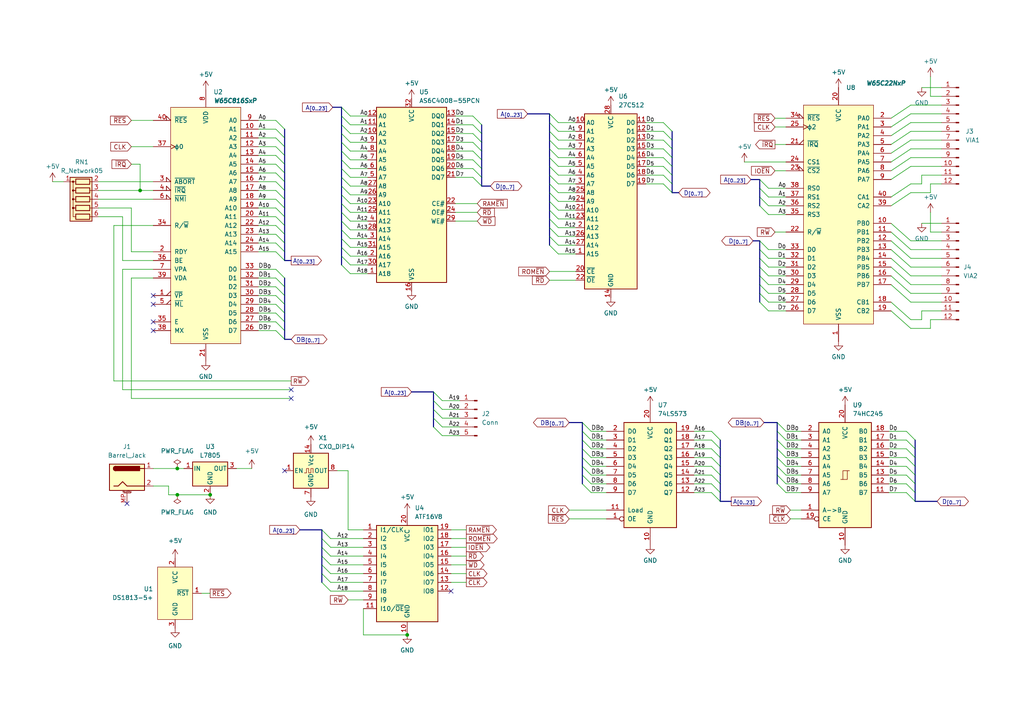
<source format=kicad_sch>
(kicad_sch (version 20230121) (generator eeschema)
  (paper "A4")
  (junction (at 40.64 55.245))
  (junction (at 118.11 184.15))
  (junction (at 51.435 135.89))
  (junction (at 51.435 143.51))
  (junction (at 60.96 143.51))
  (no_connect (at 44.45 95.885))
  (no_connect (at 44.45 93.345))
  (no_connect (at 36.83 146.05))
  (no_connect (at 130.81 171.45))
  (no_connect (at 82.55 136.525))
  (no_connect (at 44.45 88.265))
  (no_connect (at 84.455 113.03))
  (no_connect (at 84.455 115.57))
  (no_connect (at 44.45 85.725))
  (bus_entry (at 262.89 142.875) (size 2.54 2.54))
  (bus_entry (at 80.01 62.865) (size 2.54 2.54))
  (bus_entry (at 168.91 140.335) (size 2.54 2.54))
  (bus_entry (at 80.01 93.345) (size 2.54 2.54))
  (bus_entry (at 262.89 132.715) (size 2.54 2.54))
  (bus_entry (at 80.01 65.405) (size 2.54 2.54))
  (bus_entry (at 206.375 135.255) (size 2.54 2.54))
  (bus_entry (at 137.16 43.815) (size 2.54 2.54))
  (bus_entry (at 95.885 161.29) (size -2.54 -2.54))
  (bus_entry (at 128.27 123.825) (size -2.54 -2.54))
  (bus_entry (at 192.405 43.18) (size 2.54 2.54))
  (bus_entry (at 262.89 125.095) (size 2.54 2.54))
  (bus_entry (at 137.16 36.195) (size 2.54 2.54))
  (bus_entry (at 161.925 55.88) (size -2.54 -2.54))
  (bus_entry (at 137.16 38.735) (size 2.54 2.54))
  (bus_entry (at 80.01 57.785) (size 2.54 2.54))
  (bus_entry (at 222.885 85.09) (size -2.54 -2.54))
  (bus_entry (at 168.91 132.715) (size 2.54 2.54))
  (bus_entry (at 101.6 64.135) (size -2.54 -2.54))
  (bus_entry (at 222.885 57.15) (size -2.54 -2.54))
  (bus_entry (at 101.6 36.195) (size -2.54 -2.54))
  (bus_entry (at 101.6 79.375) (size -2.54 -2.54))
  (bus_entry (at 128.27 126.365) (size -2.54 -2.54))
  (bus_entry (at 161.925 73.66) (size -2.54 -2.54))
  (bus_entry (at 101.6 74.295) (size -2.54 -2.54))
  (bus_entry (at 168.91 137.795) (size 2.54 2.54))
  (bus_entry (at 95.885 166.37) (size -2.54 -2.54))
  (bus_entry (at 222.885 82.55) (size -2.54 -2.54))
  (bus_entry (at 161.925 68.58) (size -2.54 -2.54))
  (bus_entry (at 161.925 53.34) (size -2.54 -2.54))
  (bus_entry (at 225.425 132.715) (size 2.54 2.54))
  (bus_entry (at 262.89 135.255) (size 2.54 2.54))
  (bus_entry (at 80.01 52.705) (size 2.54 2.54))
  (bus_entry (at 101.6 66.675) (size -2.54 -2.54))
  (bus_entry (at 80.01 67.945) (size 2.54 2.54))
  (bus_entry (at 161.925 58.42) (size -2.54 -2.54))
  (bus_entry (at 95.885 156.21) (size -2.54 -2.54))
  (bus_entry (at 80.01 37.465) (size 2.54 2.54))
  (bus_entry (at 225.425 130.175) (size 2.54 2.54))
  (bus_entry (at 161.925 40.64) (size -2.54 -2.54))
  (bus_entry (at 192.405 38.1) (size 2.54 2.54))
  (bus_entry (at 101.6 56.515) (size -2.54 -2.54))
  (bus_entry (at 225.425 137.795) (size 2.54 2.54))
  (bus_entry (at 192.405 50.8) (size 2.54 2.54))
  (bus_entry (at 101.6 41.275) (size -2.54 -2.54))
  (bus_entry (at 222.885 54.61) (size -2.54 -2.54))
  (bus_entry (at 225.425 135.255) (size 2.54 2.54))
  (bus_entry (at 101.6 46.355) (size -2.54 -2.54))
  (bus_entry (at 262.89 140.335) (size 2.54 2.54))
  (bus_entry (at 101.6 51.435) (size -2.54 -2.54))
  (bus_entry (at 225.425 125.095) (size 2.54 2.54))
  (bus_entry (at 161.925 63.5) (size -2.54 -2.54))
  (bus_entry (at 161.925 38.1) (size -2.54 -2.54))
  (bus_entry (at 137.16 51.435) (size 2.54 2.54))
  (bus_entry (at 206.375 130.175) (size 2.54 2.54))
  (bus_entry (at 101.6 61.595) (size -2.54 -2.54))
  (bus_entry (at 95.885 171.45) (size -2.54 -2.54))
  (bus_entry (at 80.01 50.165) (size 2.54 2.54))
  (bus_entry (at 128.27 118.745) (size -2.54 -2.54))
  (bus_entry (at 192.405 35.56) (size 2.54 2.54))
  (bus_entry (at 192.405 48.26) (size 2.54 2.54))
  (bus_entry (at 206.375 137.795) (size 2.54 2.54))
  (bus_entry (at 262.89 137.795) (size 2.54 2.54))
  (bus_entry (at 262.89 127.635) (size 2.54 2.54))
  (bus_entry (at 222.885 87.63) (size -2.54 -2.54))
  (bus_entry (at 222.885 62.23) (size -2.54 -2.54))
  (bus_entry (at 80.01 45.085) (size 2.54 2.54))
  (bus_entry (at 161.925 50.8) (size -2.54 -2.54))
  (bus_entry (at 222.885 90.17) (size -2.54 -2.54))
  (bus_entry (at 161.925 66.04) (size -2.54 -2.54))
  (bus_entry (at 225.425 140.335) (size 2.54 2.54))
  (bus_entry (at 80.01 80.645) (size 2.54 2.54))
  (bus_entry (at 206.375 125.095) (size 2.54 2.54))
  (bus_entry (at 101.6 33.655) (size -2.54 -2.54))
  (bus_entry (at 137.16 48.895) (size 2.54 2.54))
  (bus_entry (at 80.01 40.005) (size 2.54 2.54))
  (bus_entry (at 137.16 41.275) (size 2.54 2.54))
  (bus_entry (at 161.925 71.12) (size -2.54 -2.54))
  (bus_entry (at 168.91 130.175) (size 2.54 2.54))
  (bus_entry (at 80.01 90.805) (size 2.54 2.54))
  (bus_entry (at 101.6 76.835) (size -2.54 -2.54))
  (bus_entry (at 225.425 122.555) (size 2.54 2.54))
  (bus_entry (at 80.01 47.625) (size 2.54 2.54))
  (bus_entry (at 95.885 158.75) (size -2.54 -2.54))
  (bus_entry (at 222.885 80.01) (size -2.54 -2.54))
  (bus_entry (at 161.925 45.72) (size -2.54 -2.54))
  (bus_entry (at 95.885 163.83) (size -2.54 -2.54))
  (bus_entry (at 161.925 60.96) (size -2.54 -2.54))
  (bus_entry (at 161.925 43.18) (size -2.54 -2.54))
  (bus_entry (at 80.01 55.245) (size 2.54 2.54))
  (bus_entry (at 137.16 46.355) (size 2.54 2.54))
  (bus_entry (at 80.01 78.105) (size 2.54 2.54))
  (bus_entry (at 222.885 74.93) (size -2.54 -2.54))
  (bus_entry (at 80.01 83.185) (size 2.54 2.54))
  (bus_entry (at 168.91 135.255) (size 2.54 2.54))
  (bus_entry (at 101.6 69.215) (size -2.54 -2.54))
  (bus_entry (at 101.6 38.735) (size -2.54 -2.54))
  (bus_entry (at 80.01 73.025) (size 2.54 2.54))
  (bus_entry (at 222.885 59.69) (size -2.54 -2.54))
  (bus_entry (at 137.16 33.655) (size 2.54 2.54))
  (bus_entry (at 206.375 142.875) (size 2.54 2.54))
  (bus_entry (at 95.885 168.91) (size -2.54 -2.54))
  (bus_entry (at 161.925 35.56) (size -2.54 -2.54))
  (bus_entry (at 101.6 48.895) (size -2.54 -2.54))
  (bus_entry (at 222.885 72.39) (size -2.54 -2.54))
  (bus_entry (at 222.885 77.47) (size -2.54 -2.54))
  (bus_entry (at 168.91 125.095) (size 2.54 2.54))
  (bus_entry (at 101.6 53.975) (size -2.54 -2.54))
  (bus_entry (at 80.01 60.325) (size 2.54 2.54))
  (bus_entry (at 192.405 40.64) (size 2.54 2.54))
  (bus_entry (at 101.6 71.755) (size -2.54 -2.54))
  (bus_entry (at 262.89 130.175) (size 2.54 2.54))
  (bus_entry (at 128.27 121.285) (size -2.54 -2.54))
  (bus_entry (at 101.6 59.055) (size -2.54 -2.54))
  (bus_entry (at 192.405 45.72) (size 2.54 2.54))
  (bus_entry (at 80.01 42.545) (size 2.54 2.54))
  (bus_entry (at 206.375 127.635) (size 2.54 2.54))
  (bus_entry (at 168.91 122.555) (size 2.54 2.54))
  (bus_entry (at 206.375 140.335) (size 2.54 2.54))
  (bus_entry (at 225.425 127.635) (size 2.54 2.54))
  (bus_entry (at 161.925 48.26) (size -2.54 -2.54))
  (bus_entry (at 80.01 88.265) (size 2.54 2.54))
  (bus_entry (at 168.91 127.635) (size 2.54 2.54))
  (bus_entry (at 80.01 95.885) (size 2.54 2.54))
  (bus_entry (at 128.27 116.205) (size -2.54 -2.54))
  (bus_entry (at 80.01 85.725) (size 2.54 2.54))
  (bus_entry (at 101.6 43.815) (size -2.54 -2.54))
  (bus_entry (at 80.01 70.485) (size 2.54 2.54))
  (bus_entry (at 206.375 132.715) (size 2.54 2.54))
  (bus_entry (at 192.405 53.34) (size 2.54 2.54))
  (bus_entry (at 80.01 34.925) (size 2.54 2.54))
  (wire (pts (xy 192.405 35.56) (xy 187.325 35.56)))
  (wire (pts (xy 130.81 168.91) (xy 135.255 168.91)))
  (wire (pts (xy 161.925 38.1) (xy 167.005 38.1)))
  (wire (pts (xy 257.81 132.715) (xy 262.89 132.715)))
  (bus (pts (xy 194.945 38.1) (xy 194.945 40.64)))
  (bus (pts (xy 99.06 74.295) (xy 99.06 71.755)))
  (bus (pts (xy 99.06 31.115) (xy 96.52 31.115)))
  (wire (pts (xy 101.6 36.195) (xy 106.68 36.195)))
  (bus (pts (xy 168.91 132.715) (xy 168.91 130.175)))
  (wire (pts (xy 161.925 68.58) (xy 167.005 68.58)))
  (wire (pts (xy 74.93 65.405) (xy 80.01 65.405)))
  (wire (pts (xy 95.885 163.83) (xy 105.41 163.83)))
  (bus (pts (xy 220.345 54.61) (xy 220.345 52.07)))
  (wire (pts (xy 38.1 115.57) (xy 38.1 80.645)))
  (wire (pts (xy 264.16 82.55) (xy 258.445 77.47)))
  (bus (pts (xy 220.345 77.47) (xy 220.345 74.93)))
  (wire (pts (xy 106.68 79.375) (xy 101.6 79.375)))
  (bus (pts (xy 159.385 40.64) (xy 159.385 38.1)))
  (wire (pts (xy 264.16 72.39) (xy 273.05 72.39)))
  (wire (pts (xy 227.965 77.47) (xy 222.885 77.47)))
  (wire (pts (xy 159.385 81.28) (xy 167.005 81.28)))
  (bus (pts (xy 220.345 85.09) (xy 220.345 82.55)))
  (wire (pts (xy 175.895 140.335) (xy 171.45 140.335)))
  (bus (pts (xy 220.345 80.01) (xy 220.345 77.47)))
  (bus (pts (xy 265.43 132.715) (xy 265.43 135.255)))
  (bus (pts (xy 265.43 137.795) (xy 265.43 140.335)))
  (bus (pts (xy 159.385 53.34) (xy 159.385 50.8)))
  (bus (pts (xy 82.55 37.465) (xy 82.55 40.005)))
  (wire (pts (xy 201.295 140.335) (xy 206.375 140.335)))
  (wire (pts (xy 264.16 92.71) (xy 267.335 92.71)))
  (bus (pts (xy 99.06 69.215) (xy 99.06 66.675)))
  (wire (pts (xy 15.24 52.705) (xy 18.415 52.705)))
  (wire (pts (xy 206.375 137.795) (xy 201.295 137.795)))
  (wire (pts (xy 48.895 143.51) (xy 51.435 143.51)))
  (wire (pts (xy 267.335 25.4) (xy 273.05 25.4)))
  (bus (pts (xy 194.945 43.18) (xy 194.945 45.72)))
  (wire (pts (xy 95.885 171.45) (xy 105.41 171.45)))
  (bus (pts (xy 82.55 80.645) (xy 82.55 83.185)))
  (wire (pts (xy 165.1 147.955) (xy 175.895 147.955)))
  (wire (pts (xy 264.16 38.1) (xy 258.445 41.91)))
  (bus (pts (xy 265.43 140.335) (xy 265.43 142.875)))
  (bus (pts (xy 265.43 130.175) (xy 265.43 132.715)))
  (wire (pts (xy 106.68 59.055) (xy 101.6 59.055)))
  (bus (pts (xy 82.55 47.625) (xy 82.55 50.165)))
  (bus (pts (xy 225.425 140.335) (xy 225.425 137.795)))
  (bus (pts (xy 168.91 135.255) (xy 168.91 132.715)))
  (wire (pts (xy 128.27 121.285) (xy 133.35 121.285)))
  (bus (pts (xy 82.55 57.785) (xy 82.55 60.325)))
  (wire (pts (xy 227.965 62.23) (xy 222.885 62.23)))
  (wire (pts (xy 224.79 36.83) (xy 227.965 36.83)))
  (wire (pts (xy 264.16 43.18) (xy 258.445 46.99)))
  (wire (pts (xy 227.965 82.55) (xy 222.885 82.55)))
  (wire (pts (xy 264.16 77.47) (xy 273.05 77.47)))
  (wire (pts (xy 80.01 78.105) (xy 74.93 78.105)))
  (wire (pts (xy 33.02 110.49) (xy 84.455 110.49)))
  (wire (pts (xy 74.93 42.545) (xy 80.01 42.545)))
  (wire (pts (xy 38.1 73.025) (xy 44.45 73.025)))
  (wire (pts (xy 135.255 158.75) (xy 130.81 158.75)))
  (wire (pts (xy 264.16 48.26) (xy 273.05 48.26)))
  (bus (pts (xy 159.385 60.96) (xy 159.385 58.42)))
  (wire (pts (xy 51.435 135.89) (xy 53.34 135.89)))
  (wire (pts (xy 201.295 142.875) (xy 206.375 142.875)))
  (bus (pts (xy 99.06 71.755) (xy 99.06 69.215)))
  (bus (pts (xy 93.345 166.37) (xy 93.345 163.83)))
  (wire (pts (xy 192.405 38.1) (xy 187.325 38.1)))
  (bus (pts (xy 82.55 67.945) (xy 82.55 70.485)))
  (wire (pts (xy 95.885 161.29) (xy 105.41 161.29)))
  (wire (pts (xy 187.325 45.72) (xy 192.405 45.72)))
  (bus (pts (xy 208.915 145.415) (xy 212.09 145.415)))
  (wire (pts (xy 167.005 50.8) (xy 161.925 50.8)))
  (wire (pts (xy 130.81 153.67) (xy 135.255 153.67)))
  (wire (pts (xy 171.45 127.635) (xy 175.895 127.635)))
  (bus (pts (xy 139.7 51.435) (xy 139.7 53.975)))
  (bus (pts (xy 99.06 64.135) (xy 99.06 61.595)))
  (wire (pts (xy 269.875 95.25) (xy 264.16 95.25)))
  (wire (pts (xy 273.05 53.34) (xy 269.875 53.34)))
  (wire (pts (xy 229.235 147.955) (xy 232.41 147.955)))
  (bus (pts (xy 82.55 93.345) (xy 82.55 95.885)))
  (wire (pts (xy 74.93 45.085) (xy 80.01 45.085)))
  (wire (pts (xy 264.16 85.09) (xy 273.05 85.09)))
  (wire (pts (xy 171.45 137.795) (xy 175.895 137.795)))
  (wire (pts (xy 48.895 140.97) (xy 48.895 143.51)))
  (wire (pts (xy 80.01 37.465) (xy 74.93 37.465)))
  (wire (pts (xy 137.16 46.355) (xy 132.08 46.355)))
  (bus (pts (xy 208.915 142.875) (xy 208.915 145.415)))
  (wire (pts (xy 161.925 55.88) (xy 167.005 55.88)))
  (wire (pts (xy 227.965 127.635) (xy 232.41 127.635)))
  (bus (pts (xy 99.06 66.675) (xy 99.06 64.135)))
  (wire (pts (xy 133.35 118.745) (xy 128.27 118.745)))
  (bus (pts (xy 86.995 153.67) (xy 93.345 153.67)))
  (bus (pts (xy 93.345 158.75) (xy 93.345 156.21)))
  (bus (pts (xy 168.91 125.095) (xy 168.91 122.555)))
  (bus (pts (xy 221.615 122.555) (xy 225.425 122.555)))
  (wire (pts (xy 167.005 60.96) (xy 161.925 60.96)))
  (wire (pts (xy 264.16 95.25) (xy 258.445 90.17)))
  (wire (pts (xy 35.56 78.105) (xy 35.56 113.03)))
  (bus (pts (xy 82.55 55.245) (xy 82.55 57.785)))
  (wire (pts (xy 74.93 93.345) (xy 80.01 93.345)))
  (wire (pts (xy 232.41 140.335) (xy 227.965 140.335)))
  (bus (pts (xy 225.425 132.715) (xy 225.425 130.175)))
  (wire (pts (xy 187.325 50.8) (xy 192.405 50.8)))
  (wire (pts (xy 106.68 38.735) (xy 101.6 38.735)))
  (bus (pts (xy 194.945 53.34) (xy 194.945 55.88)))
  (wire (pts (xy 264.16 80.01) (xy 273.05 80.01)))
  (wire (pts (xy 269.875 92.71) (xy 269.875 95.25)))
  (wire (pts (xy 51.435 143.51) (xy 60.96 143.51)))
  (bus (pts (xy 99.06 38.735) (xy 99.06 36.195)))
  (wire (pts (xy 262.89 137.795) (xy 257.81 137.795)))
  (bus (pts (xy 265.43 142.875) (xy 265.43 145.415)))
  (wire (pts (xy 227.965 142.875) (xy 232.41 142.875)))
  (bus (pts (xy 82.55 88.265) (xy 82.55 90.805)))
  (wire (pts (xy 35.56 75.565) (xy 44.45 75.565)))
  (wire (pts (xy 201.295 130.175) (xy 206.375 130.175)))
  (bus (pts (xy 159.385 63.5) (xy 159.385 60.96)))
  (wire (pts (xy 227.965 87.63) (xy 222.885 87.63)))
  (wire (pts (xy 95.885 158.75) (xy 105.41 158.75)))
  (wire (pts (xy 273.05 92.71) (xy 269.875 92.71)))
  (bus (pts (xy 82.55 90.805) (xy 82.55 93.345)))
  (wire (pts (xy 222.885 72.39) (xy 227.965 72.39)))
  (bus (pts (xy 159.385 50.8) (xy 159.385 48.26)))
  (wire (pts (xy 74.93 73.025) (xy 80.01 73.025)))
  (wire (pts (xy 35.56 62.865) (xy 35.56 75.565)))
  (wire (pts (xy 222.885 57.15) (xy 227.965 57.15)))
  (wire (pts (xy 130.81 166.37) (xy 135.255 166.37)))
  (wire (pts (xy 264.16 43.18) (xy 273.05 43.18)))
  (wire (pts (xy 28.575 62.865) (xy 35.56 62.865)))
  (wire (pts (xy 167.005 63.5) (xy 161.925 63.5)))
  (wire (pts (xy 105.41 184.15) (xy 118.11 184.15)))
  (wire (pts (xy 28.575 57.785) (xy 44.45 57.785)))
  (bus (pts (xy 220.345 59.69) (xy 220.345 57.15)))
  (bus (pts (xy 99.06 36.195) (xy 99.06 33.655)))
  (wire (pts (xy 161.925 58.42) (xy 167.005 58.42)))
  (wire (pts (xy 74.93 70.485) (xy 80.01 70.485)))
  (wire (pts (xy 167.005 45.72) (xy 161.925 45.72)))
  (wire (pts (xy 33.02 65.405) (xy 33.02 110.49)))
  (bus (pts (xy 194.945 45.72) (xy 194.945 48.26)))
  (wire (pts (xy 74.93 62.865) (xy 80.01 62.865)))
  (bus (pts (xy 220.345 57.15) (xy 220.345 54.61)))
  (wire (pts (xy 167.005 43.18) (xy 161.925 43.18)))
  (wire (pts (xy 264.16 74.93) (xy 273.05 74.93)))
  (wire (pts (xy 257.81 135.255) (xy 262.89 135.255)))
  (wire (pts (xy 206.375 127.635) (xy 201.295 127.635)))
  (wire (pts (xy 165.1 150.495) (xy 175.895 150.495)))
  (wire (pts (xy 264.16 48.26) (xy 258.445 52.07)))
  (wire (pts (xy 206.375 125.095) (xy 201.295 125.095)))
  (wire (pts (xy 257.81 142.875) (xy 262.89 142.875)))
  (bus (pts (xy 82.55 83.185) (xy 82.55 85.725)))
  (wire (pts (xy 105.41 176.53) (xy 105.41 184.15)))
  (bus (pts (xy 265.43 127.635) (xy 265.43 130.175)))
  (bus (pts (xy 82.55 60.325) (xy 82.55 62.865)))
  (bus (pts (xy 159.385 58.42) (xy 159.385 55.88)))
  (bus (pts (xy 82.55 98.425) (xy 84.455 98.425)))
  (wire (pts (xy 224.79 67.31) (xy 227.965 67.31)))
  (wire (pts (xy 60.96 172.085) (xy 58.42 172.085)))
  (wire (pts (xy 171.45 142.875) (xy 175.895 142.875)))
  (bus (pts (xy 82.55 65.405) (xy 82.55 67.945)))
  (wire (pts (xy 224.79 34.29) (xy 227.965 34.29)))
  (wire (pts (xy 201.295 135.255) (xy 206.375 135.255)))
  (bus (pts (xy 82.55 85.725) (xy 82.55 88.265)))
  (bus (pts (xy 99.06 59.055) (xy 99.06 56.515)))
  (bus (pts (xy 119.38 113.665) (xy 125.73 113.665)))
  (wire (pts (xy 28.575 52.705) (xy 44.45 52.705)))
  (wire (pts (xy 258.445 80.01) (xy 264.16 85.09)))
  (bus (pts (xy 99.06 61.595) (xy 99.06 59.055)))
  (wire (pts (xy 167.005 66.04) (xy 161.925 66.04)))
  (wire (pts (xy 106.68 61.595) (xy 101.6 61.595)))
  (bus (pts (xy 225.425 125.095) (xy 225.425 122.555)))
  (wire (pts (xy 264.16 35.56) (xy 273.05 35.56)))
  (bus (pts (xy 194.945 48.26) (xy 194.945 50.8)))
  (wire (pts (xy 80.01 90.805) (xy 74.93 90.805)))
  (wire (pts (xy 38.1 47.625) (xy 40.64 47.625)))
  (wire (pts (xy 40.64 55.245) (xy 44.45 55.245)))
  (wire (pts (xy 264.16 35.56) (xy 258.445 39.37)))
  (wire (pts (xy 38.1 80.645) (xy 44.45 80.645)))
  (wire (pts (xy 106.68 64.135) (xy 101.6 64.135)))
  (wire (pts (xy 74.93 60.325) (xy 80.01 60.325)))
  (wire (pts (xy 95.885 168.91) (xy 105.41 168.91)))
  (wire (pts (xy 264.16 38.1) (xy 273.05 38.1)))
  (bus (pts (xy 82.55 45.085) (xy 82.55 47.625)))
  (wire (pts (xy 132.08 64.135) (xy 138.43 64.135)))
  (wire (pts (xy 269.875 55.88) (xy 264.16 55.88)))
  (bus (pts (xy 159.385 66.04) (xy 159.385 63.5)))
  (wire (pts (xy 80.01 55.245) (xy 74.93 55.245)))
  (wire (pts (xy 74.93 83.185) (xy 80.01 83.185)))
  (wire (pts (xy 269.875 27.94) (xy 273.05 27.94)))
  (wire (pts (xy 101.6 46.355) (xy 106.68 46.355)))
  (wire (pts (xy 132.08 51.435) (xy 137.16 51.435)))
  (bus (pts (xy 159.385 45.72) (xy 159.385 43.18)))
  (wire (pts (xy 74.93 50.165) (xy 80.01 50.165)))
  (bus (pts (xy 139.7 43.815) (xy 139.7 46.355)))
  (wire (pts (xy 227.965 90.17) (xy 222.885 90.17)))
  (wire (pts (xy 167.005 53.34) (xy 161.925 53.34)))
  (wire (pts (xy 269.875 67.31) (xy 273.05 67.31)))
  (wire (pts (xy 258.445 72.39) (xy 264.16 77.47)))
  (wire (pts (xy 38.1 73.025) (xy 38.1 60.325)))
  (wire (pts (xy 232.41 125.095) (xy 227.965 125.095)))
  (wire (pts (xy 80.01 57.785) (xy 74.93 57.785)))
  (bus (pts (xy 125.73 116.205) (xy 125.73 113.665)))
  (wire (pts (xy 227.965 137.795) (xy 232.41 137.795)))
  (bus (pts (xy 208.915 130.175) (xy 208.915 132.715)))
  (wire (pts (xy 106.68 48.895) (xy 101.6 48.895)))
  (wire (pts (xy 167.005 71.12) (xy 161.925 71.12)))
  (wire (pts (xy 159.385 78.74) (xy 167.005 78.74)))
  (wire (pts (xy 74.93 52.705) (xy 80.01 52.705)))
  (bus (pts (xy 220.345 74.93) (xy 220.345 72.39)))
  (wire (pts (xy 130.81 163.83) (xy 135.255 163.83)))
  (wire (pts (xy 232.41 135.255) (xy 227.965 135.255)))
  (wire (pts (xy 192.405 48.26) (xy 187.325 48.26)))
  (wire (pts (xy 106.68 76.835) (xy 101.6 76.835)))
  (wire (pts (xy 80.01 67.945) (xy 74.93 67.945)))
  (wire (pts (xy 262.89 125.095) (xy 257.81 125.095)))
  (wire (pts (xy 187.325 53.34) (xy 192.405 53.34)))
  (bus (pts (xy 125.73 121.285) (xy 125.73 118.745)))
  (wire (pts (xy 137.16 36.195) (xy 132.08 36.195)))
  (bus (pts (xy 93.345 168.91) (xy 93.345 166.37)))
  (wire (pts (xy 257.81 140.335) (xy 262.89 140.335)))
  (bus (pts (xy 225.425 135.255) (xy 225.425 132.715)))
  (wire (pts (xy 100.965 173.99) (xy 105.41 173.99)))
  (wire (pts (xy 222.885 85.09) (xy 227.965 85.09)))
  (bus (pts (xy 125.73 118.745) (xy 125.73 116.205)))
  (bus (pts (xy 220.345 69.85) (xy 218.44 69.85)))
  (bus (pts (xy 82.55 70.485) (xy 82.55 73.025)))
  (bus (pts (xy 225.425 130.175) (xy 225.425 127.635)))
  (bus (pts (xy 125.73 123.825) (xy 125.73 121.285)))
  (bus (pts (xy 139.7 46.355) (xy 139.7 48.895)))
  (bus (pts (xy 82.55 62.865) (xy 82.55 65.405)))
  (wire (pts (xy 95.885 166.37) (xy 105.41 166.37)))
  (bus (pts (xy 99.06 56.515) (xy 99.06 53.975)))
  (bus (pts (xy 208.915 135.255) (xy 208.915 137.795)))
  (bus (pts (xy 265.43 135.255) (xy 265.43 137.795)))
  (bus (pts (xy 208.915 137.795) (xy 208.915 140.335)))
  (wire (pts (xy 106.68 51.435) (xy 101.6 51.435)))
  (wire (pts (xy 95.885 156.21) (xy 105.41 156.21)))
  (wire (pts (xy 74.93 88.265) (xy 80.01 88.265)))
  (bus (pts (xy 99.06 41.275) (xy 99.06 38.735)))
  (bus (pts (xy 194.945 50.8) (xy 194.945 53.34)))
  (bus (pts (xy 168.91 130.175) (xy 168.91 127.635)))
  (wire (pts (xy 224.79 41.91) (xy 227.965 41.91)))
  (bus (pts (xy 93.345 156.21) (xy 93.345 153.67)))
  (wire (pts (xy 264.16 53.34) (xy 258.445 57.15)))
  (wire (pts (xy 28.575 55.245) (xy 40.64 55.245)))
  (bus (pts (xy 159.385 48.26) (xy 159.385 45.72)))
  (wire (pts (xy 167.005 73.66) (xy 161.925 73.66)))
  (bus (pts (xy 220.345 82.55) (xy 220.345 80.01)))
  (bus (pts (xy 99.06 48.895) (xy 99.06 46.355)))
  (wire (pts (xy 44.45 135.89) (xy 51.435 135.89)))
  (wire (pts (xy 258.445 87.63) (xy 264.16 92.71)))
  (wire (pts (xy 232.41 130.175) (xy 227.965 130.175)))
  (wire (pts (xy 132.08 38.735) (xy 137.16 38.735)))
  (bus (pts (xy 208.915 132.715) (xy 208.915 135.255)))
  (bus (pts (xy 82.55 50.165) (xy 82.55 52.705)))
  (bus (pts (xy 99.06 33.655) (xy 99.06 31.115)))
  (bus (pts (xy 93.345 163.83) (xy 93.345 161.29)))
  (wire (pts (xy 229.235 150.495) (xy 232.41 150.495)))
  (wire (pts (xy 80.01 80.645) (xy 74.93 80.645)))
  (wire (pts (xy 84.455 115.57) (xy 38.1 115.57)))
  (bus (pts (xy 139.7 48.895) (xy 139.7 51.435)))
  (wire (pts (xy 264.16 82.55) (xy 273.05 82.55)))
  (wire (pts (xy 80.01 34.925) (xy 74.93 34.925)))
  (bus (pts (xy 225.425 137.795) (xy 225.425 135.255)))
  (bus (pts (xy 82.55 75.565) (xy 84.455 75.565)))
  (wire (pts (xy 74.93 85.725) (xy 80.01 85.725)))
  (wire (pts (xy 262.89 127.635) (xy 257.81 127.635)))
  (wire (pts (xy 128.27 116.205) (xy 133.35 116.205)))
  (wire (pts (xy 130.81 156.21) (xy 135.255 156.21)))
  (wire (pts (xy 44.45 65.405) (xy 33.02 65.405)))
  (wire (pts (xy 264.16 40.64) (xy 273.05 40.64)))
  (wire (pts (xy 44.45 140.97) (xy 48.895 140.97)))
  (wire (pts (xy 101.6 53.975) (xy 106.68 53.975)))
  (wire (pts (xy 97.79 136.525) (xy 100.965 136.525)))
  (wire (pts (xy 258.445 74.93) (xy 264.16 80.01)))
  (bus (pts (xy 159.385 55.88) (xy 159.385 53.34)))
  (wire (pts (xy 138.43 59.055) (xy 132.08 59.055)))
  (wire (pts (xy 128.27 123.825) (xy 133.35 123.825)))
  (bus (pts (xy 220.345 52.07) (xy 217.805 52.07)))
  (wire (pts (xy 269.875 61.595) (xy 269.875 67.31)))
  (wire (pts (xy 101.6 66.675) (xy 106.68 66.675)))
  (bus (pts (xy 194.945 55.88) (xy 196.85 55.88)))
  (wire (pts (xy 267.335 64.77) (xy 273.05 64.77)))
  (wire (pts (xy 264.16 55.88) (xy 258.445 59.69)))
  (wire (pts (xy 187.325 43.18) (xy 192.405 43.18)))
  (bus (pts (xy 159.385 33.02) (xy 153.035 33.02)))
  (bus (pts (xy 159.385 71.12) (xy 159.385 68.58)))
  (bus (pts (xy 139.7 53.975) (xy 142.24 53.975)))
  (wire (pts (xy 175.895 125.095) (xy 171.45 125.095)))
  (bus (pts (xy 139.7 41.275) (xy 139.7 43.815)))
  (bus (pts (xy 168.91 137.795) (xy 168.91 135.255)))
  (wire (pts (xy 167.005 40.64) (xy 161.925 40.64)))
  (wire (pts (xy 264.16 33.02) (xy 258.445 36.83)))
  (wire (pts (xy 269.875 53.34) (xy 269.875 55.88)))
  (wire (pts (xy 175.895 130.175) (xy 171.45 130.175)))
  (bus (pts (xy 99.06 51.435) (xy 99.06 48.895)))
  (wire (pts (xy 38.1 42.545) (xy 44.45 42.545)))
  (bus (pts (xy 159.385 68.58) (xy 159.385 66.04)))
  (wire (pts (xy 68.58 135.89) (xy 73.025 135.89)))
  (wire (pts (xy 264.16 69.85) (xy 273.05 69.85)))
  (bus (pts (xy 99.06 76.835) (xy 99.06 74.295)))
  (wire (pts (xy 264.16 53.34) (xy 267.335 53.34)))
  (wire (pts (xy 267.335 53.34) (xy 267.335 50.8)))
  (wire (pts (xy 40.64 47.625) (xy 40.64 55.245)))
  (bus (pts (xy 93.345 161.29) (xy 93.345 158.75)))
  (wire (pts (xy 267.335 90.17) (xy 273.05 90.17)))
  (wire (pts (xy 132.08 43.815) (xy 137.16 43.815)))
  (bus (pts (xy 208.915 127.635) (xy 208.915 130.175)))
  (wire (pts (xy 257.81 130.175) (xy 262.89 130.175)))
  (wire (pts (xy 258.445 82.55) (xy 264.16 87.63)))
  (bus (pts (xy 265.43 145.415) (xy 271.78 145.415)))
  (wire (pts (xy 267.335 50.8) (xy 273.05 50.8)))
  (wire (pts (xy 264.16 30.48) (xy 273.05 30.48)))
  (wire (pts (xy 222.885 54.61) (xy 227.965 54.61)))
  (wire (pts (xy 264.16 40.64) (xy 258.445 44.45)))
  (wire (pts (xy 35.56 113.03) (xy 84.455 113.03)))
  (bus (pts (xy 159.385 43.18) (xy 159.385 40.64)))
  (bus (pts (xy 99.06 43.815) (xy 99.06 41.275)))
  (wire (pts (xy 132.08 41.275) (xy 137.16 41.275)))
  (wire (pts (xy 128.27 126.365) (xy 133.35 126.365)))
  (wire (pts (xy 44.45 78.105) (xy 35.56 78.105)))
  (wire (pts (xy 100.965 136.525) (xy 100.965 153.67)))
  (wire (pts (xy 201.295 132.715) (xy 206.375 132.715)))
  (wire (pts (xy 264.16 45.72) (xy 273.05 45.72)))
  (wire (pts (xy 138.43 61.595) (xy 132.08 61.595)))
  (wire (pts (xy 224.79 49.53) (xy 227.965 49.53)))
  (bus (pts (xy 194.945 40.64) (xy 194.945 43.18)))
  (bus (pts (xy 220.345 87.63) (xy 220.345 85.09)))
  (wire (pts (xy 38.1 60.325) (xy 28.575 60.325)))
  (wire (pts (xy 132.08 48.895) (xy 137.16 48.895)))
  (bus (pts (xy 99.06 53.975) (xy 99.06 51.435)))
  (wire (pts (xy 106.68 41.275) (xy 101.6 41.275)))
  (wire (pts (xy 161.925 35.56) (xy 167.005 35.56)))
  (wire (pts (xy 227.965 80.01) (xy 222.885 80.01)))
  (bus (pts (xy 168.91 127.635) (xy 168.91 125.095)))
  (wire (pts (xy 101.6 33.655) (xy 106.68 33.655)))
  (wire (pts (xy 74.93 95.885) (xy 80.01 95.885)))
  (wire (pts (xy 130.81 161.29) (xy 135.255 161.29)))
  (wire (pts (xy 258.445 67.31) (xy 264.16 72.39)))
  (wire (pts (xy 258.445 64.77) (xy 264.16 69.85)))
  (wire (pts (xy 227.965 59.69) (xy 222.885 59.69)))
  (bus (pts (xy 99.06 46.355) (xy 99.06 43.815)))
  (wire (pts (xy 267.335 92.71) (xy 267.335 90.17)))
  (bus (pts (xy 82.55 52.705) (xy 82.55 55.245)))
  (wire (pts (xy 264.16 45.72) (xy 258.445 49.53)))
  (bus (pts (xy 159.385 38.1) (xy 159.385 35.56)))
  (wire (pts (xy 74.93 40.005) (xy 80.01 40.005)))
  (wire (pts (xy 106.68 71.755) (xy 101.6 71.755)))
  (bus (pts (xy 225.425 127.635) (xy 225.425 125.095)))
  (wire (pts (xy 222.885 74.93) (xy 227.965 74.93)))
  (wire (pts (xy 106.68 43.815) (xy 101.6 43.815)))
  (wire (pts (xy 269.875 22.225) (xy 269.875 27.94)))
  (wire (pts (xy 100.965 153.67) (xy 105.41 153.67)))
  (wire (pts (xy 258.445 69.85) (xy 264.16 74.93)))
  (wire (pts (xy 137.16 33.655) (xy 132.08 33.655)))
  (wire (pts (xy 80.01 47.625) (xy 74.93 47.625)))
  (wire (pts (xy 171.45 132.715) (xy 175.895 132.715)))
  (bus (pts (xy 208.915 140.335) (xy 208.915 142.875)))
  (wire (pts (xy 264.16 87.63) (xy 273.05 87.63)))
  (bus (pts (xy 220.345 72.39) (xy 220.345 69.85)))
  (bus (pts (xy 165.1 122.555) (xy 168.91 122.555)))
  (wire (pts (xy 106.68 74.295) (xy 101.6 74.295)))
  (bus (pts (xy 82.55 42.545) (xy 82.55 45.085)))
  (bus (pts (xy 82.55 95.885) (xy 82.55 98.425)))
  (bus (pts (xy 139.7 38.735) (xy 139.7 41.275)))
  (bus (pts (xy 82.55 40.005) (xy 82.55 42.545)))
  (wire (pts (xy 101.6 56.515) (xy 106.68 56.515)))
  (wire (pts (xy 175.895 135.255) (xy 171.45 135.255)))
  (wire (pts (xy 264.16 30.48) (xy 258.445 34.29)))
  (wire (pts (xy 187.325 40.64) (xy 192.405 40.64)))
  (wire (pts (xy 161.925 48.26) (xy 167.005 48.26)))
  (bus (pts (xy 139.7 36.195) (xy 139.7 38.735)))
  (bus (pts (xy 159.385 35.56) (xy 159.385 33.02)))
  (wire (pts (xy 264.16 33.02) (xy 273.05 33.02)))
  (wire (pts (xy 227.965 46.99) (xy 215.9 46.99)))
  (wire (pts (xy 38.1 34.925) (xy 44.45 34.925)))
  (bus (pts (xy 168.91 140.335) (xy 168.91 137.795)))
  (bus (pts (xy 82.55 73.025) (xy 82.55 75.565)))
  (wire (pts (xy 106.68 69.215) (xy 101.6 69.215)))
  (wire (pts (xy 227.965 132.715) (xy 232.41 132.715)))
  (label "A_{7}" (at 167.005 53.34 180))
  (label "A_{10}" (at 106.68 59.055 180))
  (label "D_{7}" (at 227.965 90.17 180))
  (label "D_{7}" (at 132.08 51.435 0))
  (label "D_{4}" (at 187.325 45.72 0))
  (label "A_{2}" (at 227.965 59.69 180))
  (label "A_{4}" (at 106.68 43.815 180))
  (label "D_{3}" (at 187.325 43.18 0))
  (label "D_{1}" (at 187.325 38.1 0))
  (label "DB_{3}" (at 171.45 132.715 0))
  (label "A_{15}" (at 106.68 71.755 180))
  (label "A_{2}" (at 106.68 38.735 180))
  (label "D_{6}" (at 227.965 87.63 180))
  (label "DB_{5}" (at 74.93 90.805 0))
  (label "A_{15}" (at 74.93 73.025 0))
  (label "DB_{7}" (at 227.965 142.875 0))
  (label "A_{14}" (at 106.68 69.215 180))
  (label "DB_{6}" (at 171.45 140.335 0))
  (label "A_{16}" (at 106.68 74.295 180))
  (label "DB_{7}" (at 171.45 142.875 0))
  (label "DB_{0}" (at 171.45 125.095 0))
  (label "A_{5}" (at 74.93 47.625 0))
  (label "D_{6}" (at 257.81 140.335 0))
  (label "D_{0}" (at 187.325 35.56 0))
  (label "A_{20}" (at 201.295 135.255 0))
  (label "D_{3}" (at 227.965 80.01 180))
  (label "A_{17}" (at 100.965 168.91 180))
  (label "DB_{7}" (at 74.93 95.885 0))
  (label "A_{19}" (at 133.35 116.205 180))
  (label "A_{14}" (at 100.965 161.29 180))
  (label "A_{3}" (at 227.965 62.23 180))
  (label "DB_{4}" (at 227.965 135.255 0))
  (label "A_{7}" (at 74.93 52.705 0))
  (label "A_{14}" (at 167.005 71.12 180))
  (label "A_{16}" (at 201.295 125.095 0))
  (label "A_{0}" (at 74.93 34.925 0))
  (label "A_{0}" (at 106.68 33.655 180))
  (label "A_{9}" (at 106.68 56.515 180))
  (label "DB_{1}" (at 171.45 127.635 0))
  (label "A_{2}" (at 74.93 40.005 0))
  (label "A_{3}" (at 106.68 41.275 180))
  (label "A_{8}" (at 74.93 55.245 0))
  (label "D_{7}" (at 187.325 53.34 0))
  (label "DB_{1}" (at 227.965 127.635 0))
  (label "D_{5}" (at 257.81 137.795 0))
  (label "A_{8}" (at 167.005 55.88 180))
  (label "A_{3}" (at 167.005 43.18 180))
  (label "A_{5}" (at 167.005 48.26 180))
  (label "D_{5}" (at 187.325 48.26 0))
  (label "D_{2}" (at 227.965 77.47 180))
  (label "A_{23}" (at 133.35 126.365 180))
  (label "DB_{2}" (at 171.45 130.175 0))
  (label "D_{3}" (at 257.81 132.715 0))
  (label "DB_{5}" (at 227.965 137.795 0))
  (label "A_{13}" (at 167.005 68.58 180))
  (label "DB_{0}" (at 227.965 125.095 0))
  (label "A_{1}" (at 74.93 37.465 0))
  (label "A_{6}" (at 106.68 48.895 180))
  (label "D_{2}" (at 187.325 40.64 0))
  (label "DB_{6}" (at 74.93 93.345 0))
  (label "A_{22}" (at 133.35 123.825 180))
  (label "DB_{4}" (at 74.93 88.265 0))
  (label "A_{4}" (at 74.93 45.085 0))
  (label "D_{2}" (at 257.81 130.175 0))
  (label "A_{0}" (at 227.965 54.61 180))
  (label "DB_{3}" (at 227.965 132.715 0))
  (label "D_{0}" (at 227.965 72.39 180))
  (label "A_{5}" (at 106.68 46.355 180))
  (label "D_{5}" (at 132.08 46.355 0))
  (label "DB_{2}" (at 74.93 83.185 0))
  (label "A_{10}" (at 74.93 60.325 0))
  (label "A_{9}" (at 74.93 57.785 0))
  (label "DB_{5}" (at 171.45 137.795 0))
  (label "A_{18}" (at 201.295 130.175 0))
  (label "D_{4}" (at 227.965 82.55 180))
  (label "A_{3}" (at 74.93 42.545 0))
  (label "A_{19}" (at 201.295 132.715 0))
  (label "A_{15}" (at 167.005 73.66 180))
  (label "A_{12}" (at 167.005 66.04 180))
  (label "A_{21}" (at 133.35 121.285 180))
  (label "DB_{2}" (at 227.965 130.175 0))
  (label "A_{2}" (at 167.005 40.64 180))
  (label "D_{7}" (at 257.81 142.875 0))
  (label "D_{0}" (at 132.08 33.655 0))
  (label "A_{1}" (at 106.68 36.195 180))
  (label "A_{13}" (at 100.965 158.75 180))
  (label "A_{1}" (at 227.965 57.15 180))
  (label "A_{6}" (at 167.005 50.8 180))
  (label "A_{11}" (at 106.68 61.595 180))
  (label "D_{2}" (at 132.08 38.735 0))
  (label "A_{18}" (at 106.68 79.375 180))
  (label "A_{11}" (at 167.005 63.5 180))
  (label "D_{1}" (at 132.08 36.195 0))
  (label "A_{7}" (at 106.68 51.435 180))
  (label "A_{16}" (at 100.965 166.37 180))
  (label "DB_{6}" (at 227.965 140.335 0))
  (label "D_{1}" (at 227.965 74.93 180))
  (label "A_{15}" (at 100.965 163.83 180))
  (label "A_{8}" (at 106.68 53.975 180))
  (label "A_{20}" (at 133.35 118.745 180))
  (label "A_{12}" (at 100.965 156.21 180))
  (label "D_{0}" (at 257.81 125.095 0))
  (label "A_{11}" (at 74.93 62.865 0))
  (label "A_{9}" (at 167.005 58.42 180))
  (label "A_{17}" (at 106.68 76.835 180))
  (label "D_{4}" (at 132.08 43.815 0))
  (label "A_{6}" (at 74.93 50.165 0))
  (label "D_{6}" (at 132.08 48.895 0))
  (label "A_{23}" (at 201.295 142.875 0))
  (label "A_{12}" (at 106.68 64.135 180))
  (label "A_{17}" (at 201.295 127.635 0))
  (label "DB_{4}" (at 171.45 135.255 0))
  (label "A_{18}" (at 100.965 171.45 180))
  (label "A_{1}" (at 167.005 38.1 180))
  (label "A_{14}" (at 74.93 70.485 0))
  (label "D_{5}" (at 227.965 85.09 180))
  (label "A_{4}" (at 167.005 45.72 180))
  (label "D_{6}" (at 187.325 50.8 0))
  (label "A_{22}" (at 201.295 140.335 0))
  (label "A_{21}" (at 201.295 137.795 0))
  (label "A_{0}" (at 167.005 35.56 180))
  (label "A_{13}" (at 106.68 66.675 180))
  (label "A_{10}" (at 167.005 60.96 180))
  (label "D_{1}" (at 257.81 127.635 0))
  (label "D_{4}" (at 257.81 135.255 0))
  (label "D_{3}" (at 132.08 41.275 0))
  (label "A_{12}" (at 74.93 65.405 0))
  (label "A_{13}" (at 74.93 67.945 0))
  (label "DB_{1}" (at 74.93 80.645 0))
  (label "DB_{3}" (at 74.93 85.725 0))
  (label "DB_{0}" (at 74.93 78.105 0))
  (global_label "CLK" (shape input) (at 38.1 42.545 180) (property "Intersheetrefs" "${INTERSHEET_REFS}" (effects hide)))
  (global_label "~{IRQ}" (shape output) (at 224.79 41.91 180) (property "Intersheetrefs" "${INTERSHEET_REFS}" (effects hide)))
  (global_label "R~{W}" (shape output) (at 84.455 110.49 0) (property "Intersheetrefs" "${INTERSHEET_REFS}" (effects hide)))
  (global_label "CLK" (shape input) (at 165.1 147.955 180) (property "Intersheetrefs" "${INTERSHEET_REFS}" (effects hide)))
  (global_label "~{IRQ}" (shape input) (at 38.1 47.625 180) (property "Intersheetrefs" "${INTERSHEET_REFS}" (effects hide)))
  (global_label "R~{W}" (shape input) (at 100.965 173.99 180) (property "Intersheetrefs" "${INTERSHEET_REFS}" (effects hide)))
  (global_label "~{WD}" (shape input) (at 138.43 64.135 0) (property "Intersheetrefs" "${INTERSHEET_REFS}" (effects hide)))
  (global_label "~{RES}" (shape input) (at 165.1 150.495 180) (property "Intersheetrefs" "${INTERSHEET_REFS}" (effects hide)))
  (global_label "A_{[0..23]}" (shape output) (at 212.09 145.415 0) (property "Intersheetrefs" "${INTERSHEET_REFS}" (effects hide)))
  (global_label "DB_{[0..7]}" (shape bidirectional) (at 221.615 122.555 180) (property "Intersheetrefs" "${INTERSHEET_REFS}" (effects hide)))
  (global_label "~{RES}" (shape output) (at 60.96 172.085 0) (property "Intersheetrefs" "${INTERSHEET_REFS}" (effects hide)))
  (global_label "IO~{EN}" (shape input) (at 224.79 49.53 180) (property "Intersheetrefs" "${INTERSHEET_REFS}" (effects hide)))
  (global_label "A_{[0..23]}" (shape output) (at 84.455 75.565 0) (property "Intersheetrefs" "${INTERSHEET_REFS}" (effects hide)))
  (global_label "~{RD}" (shape output) (at 135.255 161.29 0) (property "Intersheetrefs" "${INTERSHEET_REFS}" (effects hide)))
  (global_label "~{CLK}" (shape output) (at 135.255 168.91 0) (property "Intersheetrefs" "${INTERSHEET_REFS}" (effects hide)))
  (global_label "A_{[0..23]}" (shape input) (at 217.805 52.07 180) (property "Intersheetrefs" "${INTERSHEET_REFS}" (effects hide)))
  (global_label "D_{[0..7]}" (shape bidirectional) (at 196.85 55.88 0) (property "Intersheetrefs" "${INTERSHEET_REFS}" (effects hide)))
  (global_label "D_{[0..7]}" (shape bidirectional) (at 218.44 69.85 180) (property "Intersheetrefs" "${INTERSHEET_REFS}" (effects hide)))
  (global_label "ROM~{EN}" (shape input) (at 159.385 78.74 180) (property "Intersheetrefs" "${INTERSHEET_REFS}" (effects hide)))
  (global_label "~{RES}" (shape input) (at 224.79 34.29 180) (property "Intersheetrefs" "${INTERSHEET_REFS}" (effects hide)))
  (global_label "RAM~{EN}" (shape output) (at 135.255 153.67 0) (property "Intersheetrefs" "${INTERSHEET_REFS}" (effects hide)))
  (global_label "D_{[0..7]}" (shape bidirectional) (at 271.78 145.415 0) (property "Intersheetrefs" "${INTERSHEET_REFS}" (effects hide)))
  (global_label "~{WD}" (shape output) (at 135.255 163.83 0) (property "Intersheetrefs" "${INTERSHEET_REFS}" (effects hide)))
  (global_label "R~{W}" (shape input) (at 224.79 67.31 180) (property "Intersheetrefs" "${INTERSHEET_REFS}" (effects hide)))
  (global_label "A_{[0..23]}" (shape input) (at 86.995 153.67 180) (property "Intersheetrefs" "${INTERSHEET_REFS}" (effects hide)))
  (global_label "DB_{[0..7]}" (shape bidirectional) (at 165.1 122.555 180) (property "Intersheetrefs" "${INTERSHEET_REFS}" (effects hide)))
  (global_label "A_{[0..23]}" (shape input) (at 153.035 33.02 180) (property "Intersheetrefs" "${INTERSHEET_REFS}" (effects hide)))
  (global_label "~{RES}" (shape input) (at 38.1 34.925 180) (property "Intersheetrefs" "${INTERSHEET_REFS}" (effects hide)))
  (global_label "RAM~{EN}" (shape input) (at 138.43 59.055 0) (property "Intersheetrefs" "${INTERSHEET_REFS}" (effects hide)))
  (global_label "ROM~{EN}" (shape output) (at 135.255 156.21 0) (property "Intersheetrefs" "${INTERSHEET_REFS}" (effects hide)))
  (global_label "CLK" (shape input) (at 224.79 36.83 180) (property "Intersheetrefs" "${INTERSHEET_REFS}" (effects hide)))
  (global_label "CLK" (shape output) (at 135.255 166.37 0) (property "Intersheetrefs" "${INTERSHEET_REFS}" (effects hide)))
  (global_label "IO~{EN}" (shape output) (at 135.255 158.75 0) (property "Intersheetrefs" "${INTERSHEET_REFS}" (effects hide)))
  (global_label "R~{W}" (shape input) (at 229.235 147.955 180) (property "Intersheetrefs" "${INTERSHEET_REFS}" (effects hide)))
  (global_label "D_{[0..7]}" (shape bidirectional) (at 142.24 53.975 0) (property "Intersheetrefs" "${INTERSHEET_REFS}" (effects hide)))
  (global_label "~{CLK}" (shape input) (at 229.235 150.495 180) (property "Intersheetrefs" "${INTERSHEET_REFS}" (effects hide)))
  (global_label "DB_{[0..7]}" (shape bidirectional) (at 84.455 98.425 0) (property "Intersheetrefs" "${INTERSHEET_REFS}" (effects hide)))
  (global_label "A_{[0..23]}" (shape input) (at 96.52 31.115 180) (property "Intersheetrefs" "${INTERSHEET_REFS}" (effects hide)))
  (global_label "A_{[0..23]}" (shape input) (at 119.38 113.665 180) (property "Intersheetrefs" "${INTERSHEET_REFS}" (effects hide)))
  (global_label "~{RD}" (shape input) (at 138.43 61.595 0) (property "Intersheetrefs" "${INTERSHEET_REFS}" (effects hide)))
  (global_label "~{RD}" (shape input) (at 159.385 81.28 180) (property "Intersheetrefs" "${INTERSHEET_REFS}" (effects hide)))
  (symbol (lib_id "power:GND") (at 60.96 143.51 0) (unit 1)
    (property "Reference" "#PWR06" (effects hide))
    (property "Value" "GND" (at 60.96 148.59 0))
  )
  (symbol (lib_id "Regulator_Linear:L7805") (at 60.96 135.89 0) (unit 1)
    (property "Reference" "U3" (at 60.96 129.54 0))
    (property "Value" "L7805" (at 60.96 132.08 0))
    (property "Footprint" "Package_TO_SOT_THT:TO-220-3_Vertical" (effects hide))
    (property "Datasheet" "http://www.st.com/content/ccc/resource/technical/document/datasheet/41/4f/b3/b0/12/d4/47/88/CD00000444.pdf/files/CD00000444.pdf/jcr:content/translations/en.CD00000444.pdf" (effects hide))
  )
  (symbol (lib_id "power:+5V") (at 73.025 135.89 0) (unit 1)
    (property "Reference" "#PWR07" (effects hide))
    (property "Value" "+5V" (at 73.025 130.81 0))
  )
  (symbol (lib_id "power:+5V") (at 50.8 161.925 0) (unit 1)
    (property "Reference" "#PWR02" (effects hide))
    (property "Value" "+5V" (at 50.8 156.845 0))
  )
  (symbol (lib_id "power:GND") (at 267.335 64.77 0) (unit 1)
    (property "Reference" "#PWR024" (effects hide))
    (property "Value" "GND" (at 267.335 69.215 0))
  )
  (symbol (lib_id "power:GND") (at 50.8 182.245 0) (unit 1)
    (property "Reference" "#PWR03" (effects hide))
    (property "Value" "GND" (at 50.8 187.325 0))
  )
  (symbol (lib_id "65xx:W65C22NxP") (at 243.205 62.23 0) (unit 1)
    (property "Reference" "U8" (at 245.3991 25.4 0) (effects (justify left)))
    (property "Value" "W65C22NxP" (at 251.1141 24.13 0) (effects (font bold italic) (justify left)))
    (property "Footprint" "Package_DIP:DIP-40_W15.24mm_Socket" (effects hide))
    (property "Datasheet" "http://www.westerndesigncenter.com/wdc/documentation/w65c22.pdf" (effects hide))
  )
  (symbol (lib_id "power:+5V") (at 118.11 148.59 0) (unit 1)
    (property "Reference" "#PWR010" (effects hide))
    (property "Value" "+5V" (at 118.11 144.145 0))
  )
  (symbol (lib_id "74xx:74LS573") (at 188.595 137.795 0) (unit 1)
    (property "Reference" "U7" (at 190.7891 117.475 0) (effects (justify left)))
    (property "Value" "74LS573" (at 190.7891 120.015 0) (effects (justify left)))
    (property "Footprint" "Package_DIP:DIP-20_W7.62mm_Socket" (effects hide))
    (property "Datasheet" "74xx/74hc573.pdf" (effects hide))
  )
  (symbol (lib_id "power:GND") (at 90.17 144.145 0) (unit 1)
    (property "Reference" "#PWR09" (effects hide))
    (property "Value" "GND" (at 90.17 149.225 0))
  )
  (symbol (lib_id "Logic_Programmable:GAL16V8") (at 118.11 166.37 0) (unit 1)
    (property "Reference" "U4" (at 120.3041 147.32 0) (effects (justify left)))
    (property "Value" "ATF16V8" (at 120.3041 149.86 0) (effects (justify left)))
    (property "Footprint" "Package_DIP:DIP-20_W7.62mm_Socket" (effects hide))
  )
  (symbol (lib_id "power:+5V") (at 269.875 61.595 0) (unit 1)
    (property "Reference" "#PWR026" (effects hide))
    (property "Value" "+5V" (at 269.875 57.15 0))
  )
  (symbol (lib_id "65xx:W65C816SxP") (at 59.69 65.405 0) (unit 1)
    (property "Reference" "U2" (at 61.8841 26.67 0) (effects (justify left)))
    (property "Value" "W65C816SxP" (at 61.8841 29.21 0) (effects (font bold italic) (justify left)))
    (property "Footprint" "Package_DIP:DIP-40_W15.24mm_Socket" (effects hide))
    (property "Datasheet" "http://www.westerndesigncenter.com/wdc/documentation/w65c816s.pdf" (effects hide))
  )
  (symbol (lib_id "power:GND") (at 267.335 25.4 0) (unit 1)
    (property "Reference" "#PWR023" (effects hide))
    (property "Value" "GND" (at 267.335 29.845 0))
  )
  (symbol (lib_id "power:+5V") (at 177.165 30.48 0) (unit 1)
    (property "Reference" "#PWR014" (effects hide))
    (property "Value" "+5V" (at 177.165 26.035 0))
  )
  (symbol (lib_id "Device:R_Network05") (at 23.495 57.785 90) (mirror x) (unit 1)
    (property "Reference" "RN1" (at 23.749 46.99 90))
    (property "Value" "R_Network05" (at 23.749 49.53 90))
    (property "Footprint" "Resistor_THT:R_Array_SIP6" (effects hide))
    (property "Datasheet" "http://www.vishay.com/docs/31509/csc.pdf" (effects hide))
  )
  (symbol (lib_id "Memory_RAM:AS6C4008-55PCN") (at 119.38 56.515 0) (unit 1)
    (property "Reference" "U5" (at 121.5741 26.67 0) (effects (justify left)))
    (property "Value" "AS6C4008-55PCN" (at 121.5741 29.21 0) (effects (justify left)))
    (property "Footprint" "Package_DIP:DIP-32_W15.24mm_Socket" (effects hide))
    (property "Datasheet" "https://www.alliancememory.com/wp-content/uploads/pdf/AS6C4008.pdf" (effects hide))
  )
  (symbol (lib_id "power:GND") (at 118.11 184.15 0) (unit 1)
    (property "Reference" "#PWR011" (effects hide))
    (property "Value" "GND" (at 118.11 188.595 0))
  )
  (symbol (lib_id "74xx:74HC245") (at 245.11 137.795 0) (unit 1)
    (property "Reference" "U9" (at 247.3041 117.475 0) (effects (justify left)))
    (property "Value" "74HC245" (at 247.3041 120.015 0) (effects (justify left)))
    (property "Footprint" "Package_DIP:DIP-20_W7.62mm_Socket" (effects hide))
    (property "Datasheet" "http://www.ti.com/lit/gpn/sn74HC245" (effects hide))
  )
  (symbol (lib_id "Connector:Conn_01x12_Pin") (at 278.13 77.47 0) (mirror y) (unit 1)
    (property "Reference" "J4" (at 279.4 77.47 0) (effects (justify right)))
    (property "Value" "VIA2" (at 279.4 80.01 0) (effects (justify right)))
    (property "Footprint" "Connector_PinHeader_2.54mm:PinHeader_1x12_P2.54mm_Vertical" (effects hide))
  )
  (symbol (lib_id "power:PWR_FLAG") (at 51.435 143.51 0) (mirror x) (unit 1)
    (property "Reference" "#FLG02" (effects hide))
    (property "Value" "PWR_FLAG" (at 51.435 148.59 0))
  )
  (symbol (lib_id "power:+5V") (at 59.69 26.035 0) (unit 1)
    (property "Reference" "#PWR04" (effects hide))
    (property "Value" "+5V" (at 59.69 21.59 0))
  )
  (symbol (lib_id "power:+5V") (at 90.17 128.905 0) (unit 1)
    (property "Reference" "#PWR08" (effects hide))
    (property "Value" "+5V" (at 90.17 123.825 0))
  )
  (symbol (lib_id "Memory_EPROM:27C512") (at 177.165 58.42 0) (unit 1)
    (property "Reference" "U6" (at 179.3591 27.94 0) (effects (justify left)))
    (property "Value" "27C512" (at 179.3591 30.48 0) (effects (justify left)))
    (property "Footprint" "Package_DIP:DIP-28_W15.24mm_Socket" (effects hide))
    (property "Datasheet" "http://ww1.microchip.com/downloads/en/DeviceDoc/doc0015.pdf" (effects hide))
  )
  (symbol (lib_id "power:GND") (at 119.38 84.455 0) (unit 1)
    (property "Reference" "#PWR013" (effects hide))
    (property "Value" "GND" (at 119.38 88.9 0))
  )
  (symbol (lib_id "power:GND") (at 243.205 99.06 0) (unit 1)
    (property "Reference" "#PWR020" (effects hide))
    (property "Value" "GND" (at 243.205 103.505 0))
  )
  (symbol (lib_id "power:+5V") (at 188.595 117.475 0) (unit 1)
    (property "Reference" "#PWR016" (effects hide))
    (property "Value" "+5V" (at 188.595 113.03 0))
  )
  (symbol (lib_id "power:GND") (at 177.165 86.36 0) (unit 1)
    (property "Reference" "#PWR015" (effects hide))
    (property "Value" "GND" (at 177.165 90.805 0))
  )
  (symbol (lib_id "power:GND") (at 59.69 104.775 0) (unit 1)
    (property "Reference" "#PWR05" (effects hide))
    (property "Value" "GND" (at 59.69 109.22 0))
  )
  (symbol (lib_id "Oscillator:CXO_DIP14") (at 90.17 136.525 0) (unit 1)
    (property "Reference" "X1" (at 92.3641 127 0) (effects (justify left)))
    (property "Value" "CXO_DIP14" (at 92.3641 129.54 0) (effects (justify left)))
    (property "Footprint" "Oscillator:Oscillator_DIP-14" (effects hide))
    (property "Datasheet" "http://cdn-reichelt.de/documents/datenblatt/B400/OSZI.pdf" (effects hide))
  )
  (symbol (lib_id "power:+5V") (at 245.11 117.475 0) (unit 1)
    (property "Reference" "#PWR021" (effects hide))
    (property "Value" "+5V" (at 245.11 113.03 0))
  )
  (symbol (lib_id "power:GND") (at 245.11 158.115 0) (unit 1)
    (property "Reference" "#PWR022" (effects hide))
    (property "Value" "GND" (at 245.11 162.56 0))
  )
  (symbol (lib_id "power:+5V") (at 15.24 52.705 0) (unit 1)
    (property "Reference" "#PWR01" (effects hide))
    (property "Value" "+5V" (at 15.24 48.26 0))
  )
  (symbol (lib_id "Connector:Conn_01x05_Pin") (at 138.43 121.285 0) (mirror y) (unit 1)
    (property "Reference" "J2" (at 139.7 120.015 0) (effects (justify right)))
    (property "Value" "Conn" (at 139.7 122.555 0) (effects (justify right)))
    (property "Footprint" "Connector_PinHeader_2.54mm:PinHeader_1x05_P2.54mm_Vertical" (effects hide))
  )
  (symbol (lib_id "Connector:Conn_01x12_Pin") (at 278.13 38.1 0) (mirror y) (unit 1)
    (property "Reference" "J3" (at 280.035 38.1 0) (effects (justify right)))
    (property "Value" "VIA1" (at 280.035 40.64 0) (effects (justify right)))
    (property "Footprint" "Connector_PinHeader_2.54mm:PinHeader_1x12_P2.54mm_Vertical" (effects hide))
  )
  (symbol (lib_id "power:GND") (at 188.595 158.115 0) (unit 1)
    (property "Reference" "#PWR017" (effects hide))
    (property "Value" "GND" (at 188.595 162.56 0))
  )
  (symbol (lib_id "Connector:Barrel_Jack_MountingPin") (at 36.83 138.43 0) (unit 1)
    (property "Reference" "J1" (at 36.83 129.54 0))
    (property "Value" "Barrel_Jack" (at 36.83 132.08 0))
    (property "Footprint" "Connector_BarrelJack:BarrelJack_Wuerth_6941xx301002" (effects hide))
  )
  (symbol (lib_id "power:+5V") (at 243.205 25.4 0) (unit 1)
    (property "Reference" "#PWR019" (effects hide))
    (property "Value" "+5V" (at 243.205 20.955 0))
  )
  (symbol (lib_id "power:+5V") (at 119.38 28.575 0) (unit 1)
    (property "Reference" "#PWR012" (effects hide))
    (property "Value" "+5V" (at 119.38 24.13 0))
  )
  (symbol (lib_id "power:+5V") (at 215.9 46.99 0) (unit 1)
    (property "Reference" "#PWR018" (effects hide))
    (property "Value" "+5V" (at 215.9 42.545 0))
  )
  (symbol (lib_id "power:PWR_FLAG") (at 51.435 135.89 0) (unit 1)
    (property "Reference" "#FLG01" (effects hide))
    (property "Value" "PWR_FLAG" (at 51.435 130.81 0))
  )
  (symbol (lib_id "power:+5V") (at 269.875 22.225 0) (unit 1)
    (property "Reference" "#PWR025" (effects hide))
    (property "Value" "+5V" (at 269.875 17.78 0))
  )
  (symbol (lib_id "ds1813:DS1813-5+") (at 50.8 156.845 0) (unit 1)
    (property "Reference" "U1" (at 44.45 170.815 0) (effects (justify right)))
    (property "Value" "DS1813-5+" (at 44.45 173.355 0) (effects (justify right)))
    (property "Footprint" "Package_TO_SOT_THT:TO-92" (effects hide))
  )
)
</source>
